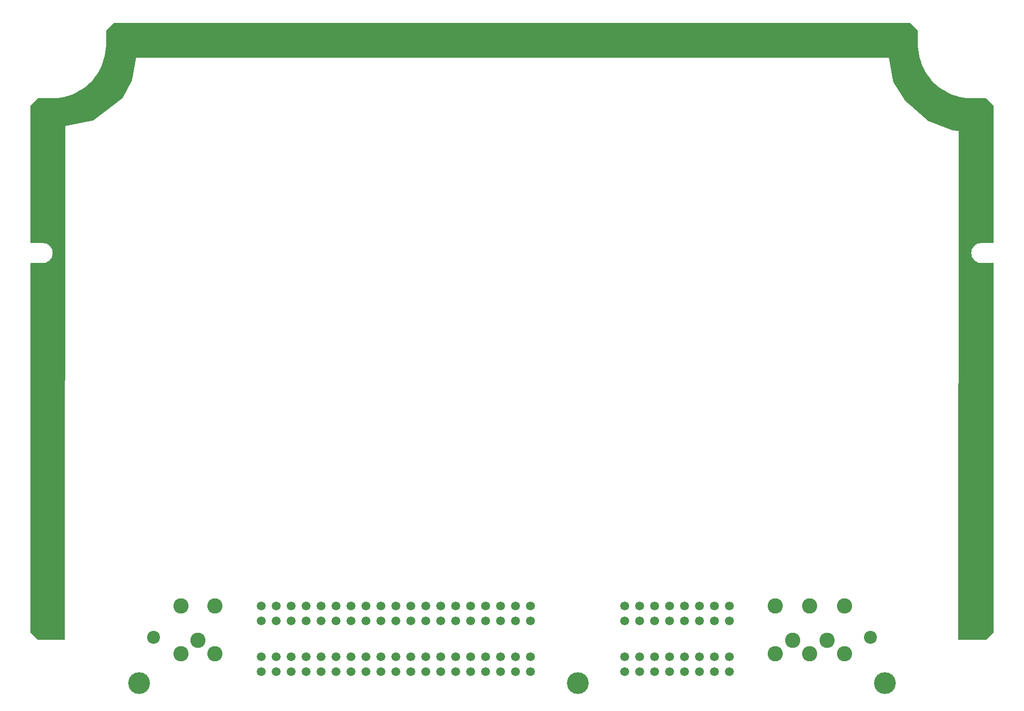
<source format=gtl>
G04 #@! TF.GenerationSoftware,KiCad,Pcbnew,8.0.8*
G04 #@! TF.CreationDate,2025-12-05T15:55:18-05:00*
G04 #@! TF.ProjectId,hellen121vag,68656c6c-656e-4313-9231-7661672e6b69,d*
G04 #@! TF.SameCoordinates,PX2b953a0PY6943058*
G04 #@! TF.FileFunction,Copper,L1,Top*
G04 #@! TF.FilePolarity,Positive*
%FSLAX46Y46*%
G04 Gerber Fmt 4.6, Leading zero omitted, Abs format (unit mm)*
G04 Created by KiCad (PCBNEW 8.0.8) date 2025-12-05 15:55:18*
%MOMM*%
%LPD*%
G01*
G04 APERTURE LIST*
G04 #@! TA.AperFunction,ComponentPad*
%ADD10C,2.600000*%
G04 #@! TD*
G04 #@! TA.AperFunction,ComponentPad*
%ADD11C,1.500000*%
G04 #@! TD*
G04 #@! TA.AperFunction,ComponentPad*
%ADD12C,3.700000*%
G04 #@! TD*
G04 #@! TA.AperFunction,ComponentPad*
%ADD13C,2.200000*%
G04 #@! TD*
G04 #@! TA.AperFunction,ViaPad*
%ADD14C,2.000000*%
G04 #@! TD*
G04 APERTURE END LIST*
D10*
G04 #@! TO.P,P1,121,121*
G04 #@! TO.N,unconnected-(P1-Pad121)*
X138448000Y18622000D03*
G04 #@! TO.P,P1,120,120*
G04 #@! TO.N,unconnected-(P1-Pad120)*
X132548000Y18622000D03*
G04 #@! TO.P,P1,119,119*
G04 #@! TO.N,unconnected-(P1-Pad119)*
X126748000Y18622000D03*
G04 #@! TO.P,P1,118,118*
G04 #@! TO.N,unconnected-(P1-Pad118)*
X135548000Y12822000D03*
G04 #@! TO.P,P1,117,117*
G04 #@! TO.N,unconnected-(P1-Pad117)*
X129648000Y12822000D03*
G04 #@! TO.P,P1,116,116*
G04 #@! TO.N,unconnected-(P1-Pad116)*
X138448000Y10492000D03*
G04 #@! TO.P,P1,115,115*
G04 #@! TO.N,unconnected-(P1-Pad115)*
X132548000Y10492000D03*
G04 #@! TO.P,P1,114,114*
G04 #@! TO.N,unconnected-(P1-Pad114)*
X126748000Y10492000D03*
D11*
G04 #@! TO.P,P1,113,113*
G04 #@! TO.N,unconnected-(P1-Pad113)*
X118918000Y18622000D03*
G04 #@! TO.P,P1,112,112*
G04 #@! TO.N,unconnected-(P1-Pad112)*
X116378000Y18622000D03*
G04 #@! TO.P,P1,111,111*
G04 #@! TO.N,unconnected-(P1-Pad111)*
X113838000Y18622000D03*
G04 #@! TO.P,P1,110,110*
G04 #@! TO.N,unconnected-(P1-Pad110)*
X111298000Y18622000D03*
G04 #@! TO.P,P1,109,109*
G04 #@! TO.N,unconnected-(P1-Pad109)*
X108758000Y18622000D03*
G04 #@! TO.P,P1,108,108*
G04 #@! TO.N,unconnected-(P1-Pad108)*
X106218000Y18622000D03*
G04 #@! TO.P,P1,107,107*
G04 #@! TO.N,unconnected-(P1-Pad107)*
X103678000Y18622000D03*
G04 #@! TO.P,P1,106,106*
G04 #@! TO.N,unconnected-(P1-Pad106)*
X101138000Y18622000D03*
G04 #@! TO.P,P1,105,105*
G04 #@! TO.N,unconnected-(P1-Pad105)*
X118918000Y16082000D03*
G04 #@! TO.P,P1,104,104*
G04 #@! TO.N,unconnected-(P1-Pad104)*
X116378000Y16082000D03*
G04 #@! TO.P,P1,103,103*
G04 #@! TO.N,unconnected-(P1-Pad103)*
X113838000Y16082000D03*
G04 #@! TO.P,P1,102,102*
G04 #@! TO.N,unconnected-(P1-Pad102)*
X111298000Y16082000D03*
G04 #@! TO.P,P1,101,101*
G04 #@! TO.N,unconnected-(P1-Pad101)*
X108758000Y16082000D03*
G04 #@! TO.P,P1,100,100*
G04 #@! TO.N,unconnected-(P1-Pad100)*
X106218000Y16082000D03*
G04 #@! TO.P,P1,99,99*
G04 #@! TO.N,unconnected-(P1-Pad99)*
X103678000Y16082000D03*
G04 #@! TO.P,P1,98,98*
G04 #@! TO.N,unconnected-(P1-Pad98)*
X101138000Y16082000D03*
G04 #@! TO.P,P1,97,97*
G04 #@! TO.N,unconnected-(P1-Pad97)*
X118918000Y10032000D03*
G04 #@! TO.P,P1,96,96*
G04 #@! TO.N,unconnected-(P1-Pad96)*
X116378000Y10032000D03*
G04 #@! TO.P,P1,95,95*
G04 #@! TO.N,unconnected-(P1-Pad95)*
X113838000Y10032000D03*
G04 #@! TO.P,P1,94,94*
G04 #@! TO.N,unconnected-(P1-Pad94)*
X111298000Y10032000D03*
G04 #@! TO.P,P1,93,93*
G04 #@! TO.N,unconnected-(P1-Pad93)*
X108758000Y10032000D03*
G04 #@! TO.P,P1,92,92*
G04 #@! TO.N,unconnected-(P1-Pad92)*
X106218000Y10032000D03*
G04 #@! TO.P,P1,91,91*
G04 #@! TO.N,unconnected-(P1-Pad91)*
X103678000Y10032000D03*
G04 #@! TO.P,P1,90,90*
G04 #@! TO.N,unconnected-(P1-Pad90)*
X101138000Y10032000D03*
G04 #@! TO.P,P1,89,89*
G04 #@! TO.N,unconnected-(P1-Pad89)*
X118918000Y7492000D03*
G04 #@! TO.P,P1,88,88*
G04 #@! TO.N,unconnected-(P1-Pad88)*
X116378000Y7492000D03*
G04 #@! TO.P,P1,87,87*
G04 #@! TO.N,unconnected-(P1-Pad87)*
X113838000Y7492000D03*
G04 #@! TO.P,P1,86,86*
G04 #@! TO.N,unconnected-(P1-Pad86)*
X111298000Y7492000D03*
G04 #@! TO.P,P1,85,85*
G04 #@! TO.N,unconnected-(P1-Pad85)*
X108758000Y7492000D03*
G04 #@! TO.P,P1,84,84*
G04 #@! TO.N,unconnected-(P1-Pad84)*
X106218000Y7492000D03*
G04 #@! TO.P,P1,83,83*
G04 #@! TO.N,unconnected-(P1-Pad83)*
X103678000Y7492000D03*
G04 #@! TO.P,P1,82,82*
G04 #@! TO.N,unconnected-(P1-Pad82)*
X101138000Y7492000D03*
G04 #@! TO.P,P1,81,81*
G04 #@! TO.N,unconnected-(P1-Pad81)*
X39448000Y7492000D03*
G04 #@! TO.P,P1,80,80*
G04 #@! TO.N,unconnected-(P1-Pad80)*
X41988000Y7492000D03*
G04 #@! TO.P,P1,79,79*
G04 #@! TO.N,unconnected-(P1-Pad79)*
X44528000Y7492000D03*
G04 #@! TO.P,P1,78,78*
G04 #@! TO.N,unconnected-(P1-Pad78)*
X47068000Y7492000D03*
G04 #@! TO.P,P1,77,77*
G04 #@! TO.N,unconnected-(P1-Pad77)*
X49608000Y7492000D03*
G04 #@! TO.P,P1,76,76*
G04 #@! TO.N,unconnected-(P1-Pad76)*
X52148000Y7492000D03*
G04 #@! TO.P,P1,75,75*
G04 #@! TO.N,unconnected-(P1-Pad75)*
X54688000Y7492000D03*
G04 #@! TO.P,P1,74,74*
G04 #@! TO.N,unconnected-(P1-Pad74)*
X57228000Y7492000D03*
G04 #@! TO.P,P1,73,73*
G04 #@! TO.N,unconnected-(P1-Pad73)*
X59768000Y7492000D03*
G04 #@! TO.P,P1,72,72*
G04 #@! TO.N,unconnected-(P1-Pad72)*
X62308000Y7492000D03*
G04 #@! TO.P,P1,71,71*
G04 #@! TO.N,unconnected-(P1-Pad71)*
X64848000Y7492000D03*
G04 #@! TO.P,P1,70,70*
G04 #@! TO.N,unconnected-(P1-Pad70)*
X67388000Y7492000D03*
G04 #@! TO.P,P1,69,69*
G04 #@! TO.N,unconnected-(P1-Pad69)*
X69928000Y7492000D03*
G04 #@! TO.P,P1,68,68*
G04 #@! TO.N,unconnected-(P1-Pad68)*
X72468000Y7492000D03*
G04 #@! TO.P,P1,67,67*
G04 #@! TO.N,unconnected-(P1-Pad67)*
X75008000Y7492000D03*
G04 #@! TO.P,P1,66,66*
G04 #@! TO.N,unconnected-(P1-Pad66)*
X77548000Y7492000D03*
G04 #@! TO.P,P1,65,65*
G04 #@! TO.N,unconnected-(P1-Pad65)*
X80088000Y7492000D03*
G04 #@! TO.P,P1,64,64*
G04 #@! TO.N,unconnected-(P1-Pad64)*
X82628000Y7492000D03*
G04 #@! TO.P,P1,63,63*
G04 #@! TO.N,unconnected-(P1-Pad63)*
X85168000Y7492000D03*
G04 #@! TO.P,P1,62,62*
G04 #@! TO.N,unconnected-(P1-Pad62)*
X39448000Y10032000D03*
G04 #@! TO.P,P1,61,61*
G04 #@! TO.N,unconnected-(P1-Pad61)*
X41988000Y10032000D03*
G04 #@! TO.P,P1,60,60*
G04 #@! TO.N,unconnected-(P1-Pad60)*
X44528000Y10032000D03*
G04 #@! TO.P,P1,59,59*
G04 #@! TO.N,unconnected-(P1-Pad59)*
X47068000Y10032000D03*
G04 #@! TO.P,P1,58,58*
G04 #@! TO.N,unconnected-(P1-Pad58)*
X49608000Y10032000D03*
G04 #@! TO.P,P1,57,57*
G04 #@! TO.N,unconnected-(P1-Pad57)*
X52148000Y10032000D03*
G04 #@! TO.P,P1,56,56*
G04 #@! TO.N,unconnected-(P1-Pad56)*
X54688000Y10032000D03*
G04 #@! TO.P,P1,55,55*
G04 #@! TO.N,unconnected-(P1-Pad55)*
X57228000Y10032000D03*
G04 #@! TO.P,P1,54,54*
G04 #@! TO.N,unconnected-(P1-Pad54)*
X59768000Y10032000D03*
G04 #@! TO.P,P1,53,53*
G04 #@! TO.N,unconnected-(P1-Pad53)*
X62308000Y10032000D03*
G04 #@! TO.P,P1,52,52*
G04 #@! TO.N,unconnected-(P1-Pad52)*
X64848000Y10032000D03*
G04 #@! TO.P,P1,51,51*
G04 #@! TO.N,unconnected-(P1-Pad51)*
X67388000Y10032000D03*
G04 #@! TO.P,P1,50,50*
G04 #@! TO.N,unconnected-(P1-Pad50)*
X69928000Y10032000D03*
G04 #@! TO.P,P1,49,49*
G04 #@! TO.N,unconnected-(P1-Pad49)*
X72468000Y10032000D03*
G04 #@! TO.P,P1,48,48*
G04 #@! TO.N,unconnected-(P1-Pad48)*
X75008000Y10032000D03*
G04 #@! TO.P,P1,47,47*
G04 #@! TO.N,unconnected-(P1-Pad47)*
X77548000Y10032000D03*
G04 #@! TO.P,P1,46,46*
G04 #@! TO.N,unconnected-(P1-Pad46)*
X80088000Y10032000D03*
G04 #@! TO.P,P1,45,45*
G04 #@! TO.N,unconnected-(P1-Pad45)*
X82628000Y10032000D03*
G04 #@! TO.P,P1,44,44*
G04 #@! TO.N,unconnected-(P1-Pad44)*
X85168000Y10032000D03*
G04 #@! TO.P,P1,43,43*
G04 #@! TO.N,unconnected-(P1-Pad43)*
X39448000Y16082000D03*
G04 #@! TO.P,P1,42,42*
G04 #@! TO.N,unconnected-(P1-Pad42)*
X41988000Y16082000D03*
G04 #@! TO.P,P1,41,41*
G04 #@! TO.N,unconnected-(P1-Pad41)*
X44528000Y16082000D03*
G04 #@! TO.P,P1,40,40*
G04 #@! TO.N,unconnected-(P1-Pad40)*
X47068000Y16082000D03*
G04 #@! TO.P,P1,39,39*
G04 #@! TO.N,unconnected-(P1-Pad39)*
X49608000Y16082000D03*
G04 #@! TO.P,P1,38,38*
G04 #@! TO.N,unconnected-(P1-Pad38)*
X52148000Y16082000D03*
G04 #@! TO.P,P1,37,37*
G04 #@! TO.N,unconnected-(P1-Pad37)*
X54688000Y16082000D03*
G04 #@! TO.P,P1,36,36*
G04 #@! TO.N,unconnected-(P1-Pad36)*
X57228000Y16082000D03*
G04 #@! TO.P,P1,35,35*
G04 #@! TO.N,unconnected-(P1-Pad35)*
X59768000Y16082000D03*
G04 #@! TO.P,P1,34,34*
G04 #@! TO.N,unconnected-(P1-Pad34)*
X62308000Y16082000D03*
G04 #@! TO.P,P1,33,33*
G04 #@! TO.N,unconnected-(P1-Pad33)*
X64848000Y16082000D03*
G04 #@! TO.P,P1,32,32*
G04 #@! TO.N,unconnected-(P1-Pad32)*
X67388000Y16082000D03*
G04 #@! TO.P,P1,31,31*
G04 #@! TO.N,unconnected-(P1-Pad31)*
X69928000Y16082000D03*
G04 #@! TO.P,P1,30,30*
G04 #@! TO.N,unconnected-(P1-Pad30)*
X72468000Y16082000D03*
G04 #@! TO.P,P1,29,29*
G04 #@! TO.N,unconnected-(P1-Pad29)*
X75008000Y16082000D03*
G04 #@! TO.P,P1,28,28*
G04 #@! TO.N,unconnected-(P1-Pad28)*
X77548000Y16082000D03*
G04 #@! TO.P,P1,27,27*
G04 #@! TO.N,unconnected-(P1-Pad27)*
X80088000Y16082000D03*
G04 #@! TO.P,P1,26,26*
G04 #@! TO.N,unconnected-(P1-Pad26)*
X82628000Y16082000D03*
G04 #@! TO.P,P1,25,25*
G04 #@! TO.N,unconnected-(P1-Pad25)*
X85168000Y16082000D03*
G04 #@! TO.P,P1,24,24*
G04 #@! TO.N,unconnected-(P1-Pad24)*
X39448000Y18622000D03*
G04 #@! TO.P,P1,23,23*
G04 #@! TO.N,unconnected-(P1-Pad23)*
X41988000Y18622000D03*
G04 #@! TO.P,P1,22,22*
G04 #@! TO.N,unconnected-(P1-Pad22)*
X44528000Y18622000D03*
G04 #@! TO.P,P1,21,21*
G04 #@! TO.N,unconnected-(P1-Pad21)*
X47068000Y18622000D03*
G04 #@! TO.P,P1,20,20*
G04 #@! TO.N,unconnected-(P1-Pad20)*
X49608000Y18622000D03*
G04 #@! TO.P,P1,19,19*
G04 #@! TO.N,unconnected-(P1-Pad19)*
X52148000Y18622000D03*
G04 #@! TO.P,P1,18,18*
G04 #@! TO.N,unconnected-(P1-Pad18)*
X54688000Y18622000D03*
G04 #@! TO.P,P1,17,17*
G04 #@! TO.N,unconnected-(P1-Pad17)*
X57228000Y18622000D03*
G04 #@! TO.P,P1,16,16*
G04 #@! TO.N,unconnected-(P1-Pad16)*
X59768000Y18622000D03*
G04 #@! TO.P,P1,15,15*
G04 #@! TO.N,unconnected-(P1-Pad15)*
X62308000Y18622000D03*
G04 #@! TO.P,P1,14,14*
G04 #@! TO.N,unconnected-(P1-Pad14)*
X64848000Y18622000D03*
G04 #@! TO.P,P1,13,13*
G04 #@! TO.N,unconnected-(P1-Pad13)*
X67388000Y18622000D03*
G04 #@! TO.P,P1,12,12*
G04 #@! TO.N,unconnected-(P1-Pad12)*
X69928000Y18622000D03*
G04 #@! TO.P,P1,11,11*
G04 #@! TO.N,unconnected-(P1-Pad11)*
X72468000Y18622000D03*
G04 #@! TO.P,P1,10,10*
G04 #@! TO.N,unconnected-(P1-Pad10)*
X75008000Y18622000D03*
G04 #@! TO.P,P1,9,9*
G04 #@! TO.N,unconnected-(P1-Pad9)*
X77548000Y18622000D03*
G04 #@! TO.P,P1,8,8*
G04 #@! TO.N,unconnected-(P1-Pad8)*
X80088000Y18622000D03*
G04 #@! TO.P,P1,7,7*
G04 #@! TO.N,unconnected-(P1-Pad7)*
X82628000Y18622000D03*
G04 #@! TO.P,P1,6,6*
G04 #@! TO.N,unconnected-(P1-Pad6)*
X85168000Y18622000D03*
D10*
G04 #@! TO.P,P1,5,5*
G04 #@! TO.N,unconnected-(P1-Pad5)*
X31548000Y18622000D03*
G04 #@! TO.P,P1,4,4*
G04 #@! TO.N,unconnected-(P1-Pad4)*
X25748000Y18622000D03*
G04 #@! TO.P,P1,3,3*
G04 #@! TO.N,unconnected-(P1-Pad3)*
X28648000Y12822000D03*
G04 #@! TO.P,P1,2,2*
G04 #@! TO.N,unconnected-(P1-Pad2)*
X31548000Y10492000D03*
G04 #@! TO.P,P1,1,1*
G04 #@! TO.N,unconnected-(P1-Pad1)*
X25748000Y10492000D03*
D12*
G04 #@! TO.P,P1,*
G04 #@! TO.N,*
X18648000Y5492000D03*
X93148000Y5492000D03*
X145348000Y5492000D03*
D13*
X142898000Y13292000D03*
X21098000Y13292000D03*
G04 #@! TD*
D14*
G04 #@! TO.N,unconnected-(P1-Pad59)*
X48875000Y114975000D03*
X160900000Y87200000D03*
X70950000Y114975000D03*
X125950000Y115000000D03*
X160900000Y98075000D03*
X60675000Y114975000D03*
X103875000Y115000000D03*
X114400000Y114950000D03*
X81825000Y115000000D03*
X148025000Y115000000D03*
X2600000Y61200000D03*
X160900000Y73625000D03*
X92450000Y115000000D03*
X136475000Y114950000D03*
X2600000Y30750000D03*
X2600000Y51300000D03*
X2750000Y14525000D03*
X2600000Y21350000D03*
X2600000Y40775000D03*
X160900000Y42250000D03*
X160900000Y14850000D03*
X160900000Y52775000D03*
X160900000Y62675000D03*
X160900000Y22825000D03*
X160900000Y32225000D03*
X2600000Y72150000D03*
X26825000Y114975000D03*
X15950000Y114975000D03*
X2600000Y96600000D03*
X2600000Y85725000D03*
X37450000Y114975000D03*
G04 #@! TD*
G04 #@! TA.AperFunction,Conductor*
G04 #@! TO.N,unconnected-(P1-Pad59)*
G36*
X149662602Y117788998D02*
G01*
X149683576Y117772095D01*
X150912095Y116543576D01*
X150946121Y116481264D01*
X150949000Y116454481D01*
X150949000Y114091859D01*
X150949001Y114091845D01*
X150949001Y113851150D01*
X150985274Y113274615D01*
X150985274Y113274614D01*
X151057675Y112701507D01*
X151057677Y112701494D01*
X151165924Y112134046D01*
X151165925Y112134038D01*
X151309582Y111574535D01*
X151309589Y111574511D01*
X151488098Y111025120D01*
X151700754Y110488012D01*
X151700762Y110487994D01*
X151946713Y109965323D01*
X151946717Y109965315D01*
X152225015Y109459092D01*
X152225016Y109459091D01*
X152225024Y109459077D01*
X152534548Y108971346D01*
X152534556Y108971334D01*
X152874092Y108504004D01*
X152874101Y108503992D01*
X153132686Y108191415D01*
X153242328Y108058880D01*
X153637773Y107637774D01*
X153914968Y107377472D01*
X154058883Y107242327D01*
X154058890Y107242321D01*
X154058899Y107242313D01*
X154168855Y107151350D01*
X154503991Y106874101D01*
X154503994Y106874099D01*
X154503995Y106874098D01*
X154504002Y106874093D01*
X154971342Y106534551D01*
X155459091Y106225016D01*
X155965314Y105946718D01*
X156488012Y105700754D01*
X157025123Y105488097D01*
X157276675Y105406363D01*
X157574510Y105309590D01*
X157574534Y105309583D01*
X158134037Y105165926D01*
X158134043Y105165926D01*
X158134056Y105165922D01*
X158701501Y105057676D01*
X159106005Y105006576D01*
X159274614Y104985275D01*
X159274618Y104985275D01*
X159274624Y104985274D01*
X159851149Y104949002D01*
X159851151Y104949001D01*
X159851161Y104949001D01*
X160102008Y104949001D01*
X162454482Y104949001D01*
X162522603Y104928999D01*
X162543577Y104912096D01*
X163772095Y103683578D01*
X163806121Y103621266D01*
X163809000Y103594483D01*
X163809000Y80467001D01*
X163788998Y80398880D01*
X163735342Y80352387D01*
X163683000Y80341001D01*
X161649996Y80341001D01*
X161649976Y80340999D01*
X161573277Y80340999D01*
X161322662Y80303225D01*
X161322660Y80303225D01*
X161322651Y80303223D01*
X161080484Y80228525D01*
X161080472Y80228520D01*
X160852128Y80118554D01*
X160852120Y80118550D01*
X160642729Y79975789D01*
X160642724Y79975785D01*
X160456935Y79803398D01*
X160298910Y79605242D01*
X160172191Y79385759D01*
X160172188Y79385751D01*
X160079597Y79149832D01*
X160079596Y79149830D01*
X160023199Y78902741D01*
X160004259Y78650000D01*
X160023199Y78397260D01*
X160079596Y78150171D01*
X160079597Y78150169D01*
X160172188Y77914250D01*
X160172191Y77914242D01*
X160298910Y77694759D01*
X160298912Y77694756D01*
X160298913Y77694755D01*
X160456934Y77496603D01*
X160642723Y77324216D01*
X160642729Y77324212D01*
X160852120Y77181451D01*
X160852124Y77181449D01*
X160852130Y77181445D01*
X161080476Y77071479D01*
X161080479Y77071479D01*
X161080484Y77071476D01*
X161322651Y76996778D01*
X161322653Y76996778D01*
X161322662Y76996775D01*
X161573277Y76959001D01*
X161662008Y76959001D01*
X163683000Y76959001D01*
X163751121Y76938999D01*
X163797614Y76885343D01*
X163809000Y76833001D01*
X163809000Y14195519D01*
X163788998Y14127398D01*
X163772095Y14106424D01*
X162543576Y12877905D01*
X162481264Y12843879D01*
X162454481Y12841000D01*
X157926908Y12841000D01*
X157858787Y12861002D01*
X157812294Y12914658D01*
X157800908Y12967141D01*
X157900000Y99375000D01*
X156916662Y99473334D01*
X156884345Y99480964D01*
X152721003Y101066999D01*
X152683059Y101089769D01*
X149810006Y103594482D01*
X148814119Y104462691D01*
X148790072Y104490884D01*
X148526815Y104912095D01*
X146812510Y107654984D01*
X146795583Y107698188D01*
X146723809Y108075000D01*
X146000000Y111875000D01*
X18200000Y111875000D01*
X17503383Y108093368D01*
X17491434Y108058405D01*
X15913057Y105000299D01*
X15877331Y104957772D01*
X10923728Y101193034D01*
X10870708Y101169508D01*
X6100000Y100275000D01*
X6050448Y12966928D01*
X6030407Y12898819D01*
X5976725Y12852357D01*
X5924448Y12841000D01*
X1545520Y12841000D01*
X1477399Y12861002D01*
X1456425Y12877905D01*
X227905Y14106425D01*
X193879Y14168737D01*
X191000Y14195520D01*
X191000Y76833000D01*
X211002Y76901121D01*
X264658Y76947614D01*
X317000Y76959000D01*
X2299978Y76959000D01*
X2426704Y76958986D01*
X2426704Y76958987D01*
X2426710Y76958986D01*
X2677347Y76996737D01*
X2919558Y77071425D01*
X3147930Y77181380D01*
X3357362Y77324147D01*
X3543175Y77496535D01*
X3701217Y77694694D01*
X3827957Y77914196D01*
X3920564Y78150136D01*
X3976969Y78397245D01*
X3995912Y78650000D01*
X3976969Y78902755D01*
X3920572Y79149830D01*
X3920564Y79149865D01*
X3920563Y79149867D01*
X3827955Y79385809D01*
X3740880Y79536613D01*
X3701217Y79605306D01*
X3544958Y79801230D01*
X3543179Y79803461D01*
X3543173Y79803468D01*
X3357361Y79975854D01*
X3147934Y80118618D01*
X2919559Y80228575D01*
X2677351Y80303262D01*
X2677349Y80303263D01*
X2677347Y80303263D01*
X2426810Y80340999D01*
X2426704Y80341015D01*
X2299978Y80341000D01*
X317000Y80341000D01*
X248879Y80361002D01*
X202386Y80414658D01*
X191000Y80467000D01*
X191000Y103594482D01*
X211002Y103662603D01*
X227905Y103683577D01*
X1456424Y104912095D01*
X1518736Y104946121D01*
X1545519Y104949000D01*
X4148849Y104949000D01*
X4148849Y104949001D01*
X4725376Y104985273D01*
X4725382Y104985274D01*
X4725385Y104985274D01*
X4725386Y104985274D01*
X4873137Y105003940D01*
X5298499Y105057675D01*
X5865944Y105165921D01*
X5865957Y105165925D01*
X5865962Y105165925D01*
X6380703Y105298090D01*
X6425473Y105309584D01*
X6425483Y105309588D01*
X6425489Y105309589D01*
X6549436Y105349862D01*
X6974877Y105488096D01*
X7511988Y105700753D01*
X8034686Y105946717D01*
X8540909Y106225015D01*
X9028658Y106534550D01*
X9496009Y106874100D01*
X9941118Y107242326D01*
X10362227Y107637773D01*
X10757674Y108058882D01*
X11125900Y108503991D01*
X11465450Y108971342D01*
X11774985Y109459091D01*
X12053283Y109965314D01*
X12299247Y110488012D01*
X12511904Y111025123D01*
X12614041Y111339470D01*
X12690411Y111574510D01*
X12690418Y111574534D01*
X12834075Y112134037D01*
X12834076Y112134045D01*
X12834076Y112134046D01*
X12834079Y112134056D01*
X12942325Y112701501D01*
X13014727Y113274624D01*
X13050999Y113851149D01*
X13051000Y113851150D01*
X13051000Y116454481D01*
X13071002Y116522602D01*
X13087905Y116543576D01*
X14316423Y117772095D01*
X14378735Y117806120D01*
X14405518Y117809000D01*
X149594481Y117809000D01*
X149662602Y117788998D01*
G37*
G04 #@! TD.AperFunction*
G04 #@! TD*
M02*

</source>
